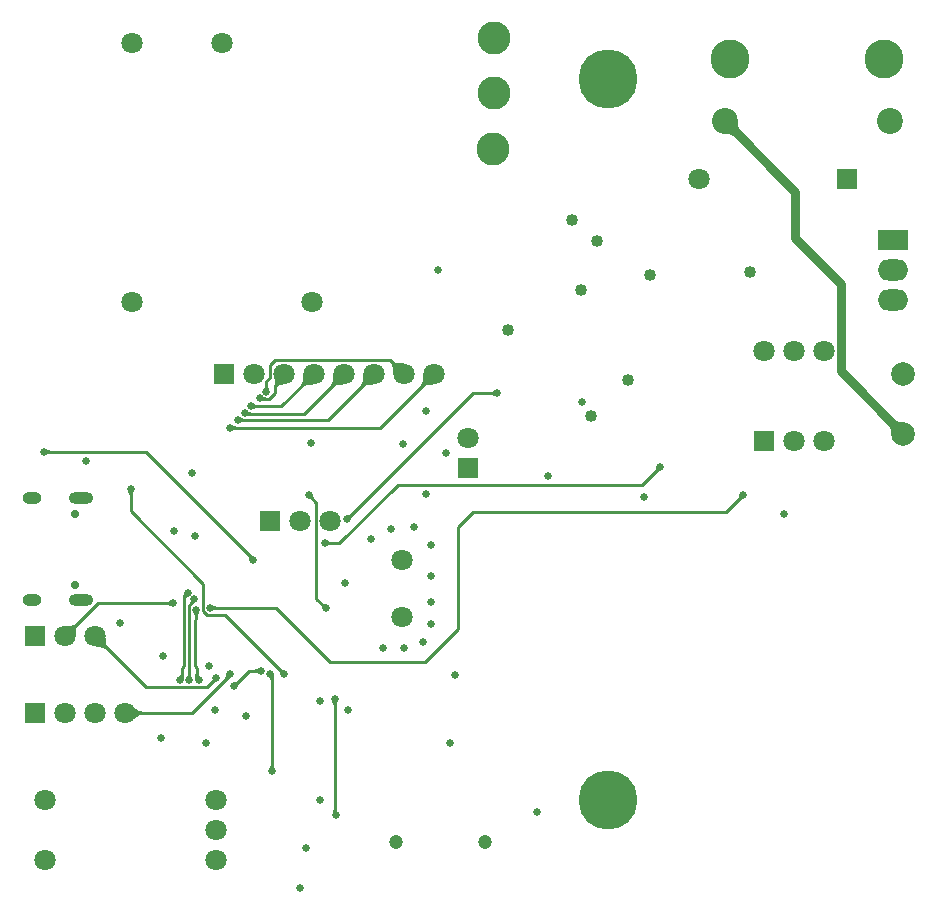
<source format=gbl>
G04*
G04 #@! TF.GenerationSoftware,Altium Limited,Altium Designer,21.3.2 (30)*
G04*
G04 Layer_Physical_Order=4*
G04 Layer_Color=16711680*
%FSLAX25Y25*%
%MOIN*%
G70*
G04*
G04 #@! TF.SameCoordinates,AD82394D-94CB-4E6D-8DF2-E68E24F3FF13*
G04*
G04*
G04 #@! TF.FilePolarity,Positive*
G04*
G01*
G75*
%ADD11C,0.01000*%
%ADD83C,0.03000*%
%ADD87C,0.07087*%
%ADD88R,0.07087X0.07087*%
%ADD89C,0.04724*%
%ADD90C,0.19685*%
%ADD91C,0.12992*%
%ADD92C,0.08661*%
%ADD93C,0.11024*%
%ADD94C,0.02756*%
%ADD95O,0.06299X0.03937*%
%ADD96O,0.08268X0.03937*%
%ADD97R,0.07087X0.07087*%
%ADD98R,0.10236X0.07087*%
%ADD99O,0.10236X0.07087*%
%ADD100C,0.07874*%
%ADD101C,0.02500*%
%ADD102C,0.04000*%
G36*
X23337Y103630D02*
X23181Y103446D01*
X23043Y103223D01*
X22921Y102961D01*
X22816Y102661D01*
X22728Y102321D01*
X22657Y101942D01*
X22603Y101524D01*
X22546Y100570D01*
X22543Y100035D01*
X19035Y103543D01*
X19570Y103546D01*
X20524Y103603D01*
X20942Y103657D01*
X21320Y103728D01*
X21660Y103816D01*
X21961Y103921D01*
X22223Y104042D01*
X22446Y104181D01*
X22630Y104337D01*
X23337Y103630D01*
D02*
G37*
G36*
X32630Y95663D02*
X32446Y95819D01*
X32223Y95957D01*
X31962Y96079D01*
X31661Y96184D01*
X31321Y96272D01*
X30942Y96343D01*
X30524Y96397D01*
X29570Y96454D01*
X29035Y96457D01*
X32543Y99965D01*
X32546Y99430D01*
X32603Y98476D01*
X32657Y98058D01*
X32728Y97680D01*
X32816Y97339D01*
X32921Y97039D01*
X33042Y96777D01*
X33181Y96554D01*
X33337Y96370D01*
X32630Y95663D01*
D02*
G37*
G36*
X44634Y74000D02*
X44394Y73980D01*
X44138Y73921D01*
X43866Y73822D01*
X43579Y73683D01*
X43277Y73505D01*
X42959Y73287D01*
X42625Y73030D01*
X41911Y72396D01*
X41530Y72020D01*
Y76980D01*
X41911Y76604D01*
X42625Y75970D01*
X42959Y75713D01*
X43277Y75495D01*
X43579Y75317D01*
X43866Y75178D01*
X44138Y75079D01*
X44394Y75020D01*
X44634Y75000D01*
Y74000D01*
D02*
G37*
G36*
X58680Y87357D02*
X58644Y85906D01*
X57266Y86847D01*
X57344Y86864D01*
X57415Y86893D01*
X57477Y86936D01*
X57531Y86991D01*
X57576Y87058D01*
X57614Y87138D01*
X57643Y87230D01*
X57663Y87335D01*
X57676Y87452D01*
X57680Y87582D01*
X58680Y87357D01*
D02*
G37*
G36*
X60950Y87535D02*
X60954Y87410D01*
X60966Y87291D01*
X60986Y87178D01*
X61013Y87071D01*
X61049Y86970D01*
X61093Y86875D01*
X61144Y86786D01*
X61203Y86703D01*
X61271Y86625D01*
X61346Y86554D01*
X59600Y86442D01*
X59666Y86523D01*
X59726Y86608D01*
X59778Y86698D01*
X59824Y86793D01*
X59862Y86893D01*
X59894Y86998D01*
X59918Y87107D01*
X59936Y87221D01*
X59947Y87341D01*
X59950Y87465D01*
X60950Y87535D01*
D02*
G37*
G36*
X63604Y107733D02*
X63540Y107651D01*
X63484Y107565D01*
X63435Y107472D01*
X63394Y107375D01*
X63360Y107272D01*
X63334Y107163D01*
X63315Y107050D01*
X63304Y106931D01*
X63300Y106806D01*
X62300D01*
X62296Y106931D01*
X62285Y107050D01*
X62266Y107163D01*
X62240Y107272D01*
X62206Y107375D01*
X62165Y107472D01*
X62116Y107565D01*
X62060Y107651D01*
X61996Y107733D01*
X61925Y107809D01*
X63675D01*
X63604Y107733D01*
D02*
G37*
G36*
X83402Y87601D02*
X83332Y87677D01*
X83255Y87744D01*
X83173Y87804D01*
X83084Y87856D01*
X82990Y87900D01*
X82889Y87936D01*
X82782Y87964D01*
X82670Y87984D01*
X82551Y87996D01*
X82426Y88000D01*
X82507Y89000D01*
X82631Y89003D01*
X82751Y89014D01*
X82865Y89031D01*
X82975Y89055D01*
X83080Y89087D01*
X83180Y89125D01*
X83275Y89170D01*
X83366Y89221D01*
X83452Y89280D01*
X83533Y89346D01*
X83402Y87601D01*
D02*
G37*
G36*
X63384Y87452D02*
X63397Y87335D01*
X63417Y87230D01*
X63446Y87138D01*
X63484Y87058D01*
X63529Y86991D01*
X63583Y86936D01*
X63645Y86893D01*
X63716Y86864D01*
X63794Y86847D01*
X62416Y85906D01*
X62380Y87357D01*
X63380Y87582D01*
X63384Y87452D01*
D02*
G37*
G36*
X74216Y86269D02*
X74116Y86247D01*
X74016Y86219D01*
X73918Y86184D01*
X73822Y86141D01*
X73726Y86091D01*
X73632Y86035D01*
X73539Y85970D01*
X73447Y85900D01*
X73356Y85821D01*
X73267Y85736D01*
X72415Y86299D01*
X72501Y86391D01*
X72576Y86484D01*
X72639Y86577D01*
X72692Y86672D01*
X72733Y86767D01*
X72764Y86864D01*
X72783Y86961D01*
X72791Y87060D01*
X72788Y87159D01*
X72773Y87259D01*
X74216Y86269D01*
D02*
G37*
G36*
X69488Y84750D02*
X69383Y84747D01*
X69280Y84734D01*
X69179Y84712D01*
X69080Y84681D01*
X68981Y84642D01*
X68885Y84593D01*
X68789Y84535D01*
X68696Y84468D01*
X68604Y84391D01*
X68513Y84306D01*
X67806Y85013D01*
X67891Y85104D01*
X67968Y85196D01*
X68035Y85290D01*
X68093Y85385D01*
X68142Y85481D01*
X68182Y85580D01*
X68212Y85679D01*
X68234Y85781D01*
X68247Y85883D01*
X68250Y85988D01*
X69488Y84750D01*
D02*
G37*
G36*
X77194Y84487D02*
X77109Y84396D01*
X77032Y84304D01*
X76965Y84210D01*
X76907Y84115D01*
X76858Y84019D01*
X76819Y83920D01*
X76788Y83821D01*
X76766Y83719D01*
X76753Y83617D01*
X76750Y83513D01*
X75512Y84750D01*
X75617Y84753D01*
X75719Y84766D01*
X75821Y84788D01*
X75920Y84819D01*
X76019Y84858D01*
X76115Y84907D01*
X76210Y84965D01*
X76304Y85032D01*
X76396Y85109D01*
X76487Y85194D01*
X77194Y84487D01*
D02*
G37*
G36*
X53104Y111500D02*
X53229Y111504D01*
X53348Y111515D01*
X53461Y111534D01*
X53570Y111560D01*
X53673Y111594D01*
X53770Y111635D01*
X53863Y111684D01*
X53950Y111740D01*
X54031Y111804D01*
X54107Y111875D01*
Y110125D01*
X54031Y110196D01*
X53950Y110260D01*
X53863Y110316D01*
X53770Y110365D01*
X53673Y110406D01*
X53570Y110440D01*
X53461Y110466D01*
X53348Y110485D01*
X53229Y110496D01*
X53104Y110500D01*
Y111500D01*
D02*
G37*
G36*
X40500Y147104D02*
X40496Y147229D01*
X40485Y147348D01*
X40466Y147461D01*
X40440Y147570D01*
X40406Y147673D01*
X40365Y147770D01*
X40316Y147863D01*
X40260Y147950D01*
X40196Y148031D01*
X40125Y148107D01*
X41875D01*
X41804Y148031D01*
X41740Y147950D01*
X41684Y147863D01*
X41635Y147770D01*
X41594Y147673D01*
X41560Y147570D01*
X41534Y147461D01*
X41515Y147348D01*
X41504Y147229D01*
X41500Y147104D01*
X40500D01*
D02*
G37*
G36*
X13896Y161000D02*
X13771Y160996D01*
X13652Y160985D01*
X13539Y160966D01*
X13430Y160940D01*
X13327Y160906D01*
X13230Y160865D01*
X13137Y160816D01*
X13050Y160760D01*
X12969Y160696D01*
X12893Y160625D01*
Y162375D01*
X12969Y162304D01*
X13050Y162240D01*
X13137Y162184D01*
X13230Y162135D01*
X13327Y162094D01*
X13430Y162060D01*
X13539Y162034D01*
X13652Y162015D01*
X13771Y162004D01*
X13896Y162000D01*
Y161000D01*
D02*
G37*
G36*
X58221Y113598D02*
X58314Y113695D01*
X58469Y113881D01*
X58530Y113970D01*
X58580Y114056D01*
X58620Y114138D01*
X58649Y114219D01*
X58668Y114296D01*
X58676Y114371D01*
X58673Y114442D01*
X59772Y113343D01*
X59701Y113346D01*
X59626Y113338D01*
X59549Y113320D01*
X59468Y113290D01*
X59385Y113250D01*
X59300Y113200D01*
X59211Y113139D01*
X59119Y113067D01*
X59025Y112984D01*
X58928Y112891D01*
X58221Y113598D01*
D02*
G37*
G36*
X60555Y111142D02*
X60641Y111234D01*
X60716Y111327D01*
X60778Y111421D01*
X60830Y111515D01*
X60869Y111610D01*
X60897Y111705D01*
X60914Y111802D01*
X60919Y111898D01*
X60912Y111996D01*
X60893Y112094D01*
X62382Y111174D01*
X62284Y111148D01*
X62187Y111116D01*
X62091Y111077D01*
X61996Y111032D01*
X61902Y110980D01*
X61809Y110921D01*
X61717Y110855D01*
X61536Y110705D01*
X61446Y110619D01*
X60555Y111142D01*
D02*
G37*
G36*
X69396Y109000D02*
X69271Y108996D01*
X69152Y108985D01*
X69038Y108966D01*
X68930Y108940D01*
X68827Y108906D01*
X68730Y108865D01*
X68637Y108816D01*
X68550Y108760D01*
X68469Y108696D01*
X68393Y108625D01*
Y110375D01*
X68469Y110304D01*
X68550Y110240D01*
X68637Y110184D01*
X68730Y110135D01*
X68827Y110094D01*
X68930Y110060D01*
X69038Y110034D01*
X69152Y110015D01*
X69271Y110004D01*
X69396Y110000D01*
Y109000D01*
D02*
G37*
G36*
X80951Y127256D02*
X81041Y127171D01*
X81131Y127093D01*
X81224Y127023D01*
X81317Y126960D01*
X81412Y126904D01*
X81508Y126856D01*
X81606Y126815D01*
X81705Y126782D01*
X81806Y126755D01*
X81907Y126737D01*
X80493Y125706D01*
X80505Y125807D01*
X80506Y125907D01*
X80496Y126006D01*
X80475Y126104D01*
X80443Y126201D01*
X80400Y126297D01*
X80347Y126392D01*
X80283Y126486D01*
X80208Y126579D01*
X80122Y126671D01*
X80951Y127256D01*
D02*
G37*
G36*
X75896Y169000D02*
X75771Y168996D01*
X75652Y168985D01*
X75538Y168966D01*
X75430Y168940D01*
X75327Y168906D01*
X75230Y168865D01*
X75137Y168816D01*
X75050Y168760D01*
X74969Y168696D01*
X74893Y168625D01*
Y170375D01*
X74969Y170304D01*
X75050Y170240D01*
X75137Y170184D01*
X75230Y170135D01*
X75327Y170094D01*
X75430Y170060D01*
X75538Y170034D01*
X75652Y170015D01*
X75771Y170004D01*
X75896Y170000D01*
Y169000D01*
D02*
G37*
G36*
X78599Y171628D02*
X78475Y171625D01*
X78356Y171615D01*
X78241Y171599D01*
X78131Y171576D01*
X78025Y171547D01*
X77923Y171512D01*
X77826Y171470D01*
X77733Y171421D01*
X77645Y171367D01*
X77561Y171305D01*
X77782Y173041D01*
X77848Y172963D01*
X77921Y172892D01*
X78000Y172830D01*
X78085Y172777D01*
X78178Y172731D01*
X78277Y172694D01*
X78382Y172665D01*
X78494Y172645D01*
X78613Y172632D01*
X78738Y172628D01*
X78599Y171628D01*
D02*
G37*
G36*
X80791Y173820D02*
X80667Y173817D01*
X80548Y173807D01*
X80433Y173791D01*
X80323Y173768D01*
X80217Y173739D01*
X80115Y173704D01*
X80018Y173662D01*
X79925Y173614D01*
X79837Y173559D01*
X79753Y173497D01*
X79974Y175233D01*
X80040Y175155D01*
X80113Y175084D01*
X80192Y175022D01*
X80278Y174969D01*
X80370Y174923D01*
X80469Y174886D01*
X80574Y174857D01*
X80686Y174837D01*
X80805Y174824D01*
X80930Y174820D01*
X80791Y173820D01*
D02*
G37*
G36*
X83066Y176170D02*
X82941Y176166D01*
X82822Y176155D01*
X82709Y176136D01*
X82600Y176110D01*
X82497Y176076D01*
X82400Y176035D01*
X82307Y175986D01*
X82221Y175930D01*
X82139Y175866D01*
X82063Y175795D01*
Y177545D01*
X82139Y177474D01*
X82221Y177410D01*
X82307Y177354D01*
X82400Y177305D01*
X82497Y177264D01*
X82600Y177230D01*
X82709Y177204D01*
X82822Y177185D01*
X82941Y177174D01*
X83066Y177170D01*
Y176170D01*
D02*
G37*
G36*
X88500Y56896D02*
X88504Y56771D01*
X88515Y56652D01*
X88534Y56538D01*
X88560Y56430D01*
X88594Y56327D01*
X88635Y56230D01*
X88684Y56137D01*
X88740Y56050D01*
X88804Y55969D01*
X88875Y55893D01*
X87125D01*
X87196Y55969D01*
X87260Y56050D01*
X87316Y56137D01*
X87365Y56230D01*
X87406Y56327D01*
X87440Y56430D01*
X87466Y56538D01*
X87485Y56652D01*
X87496Y56771D01*
X87500Y56896D01*
X88500D01*
D02*
G37*
G36*
X87500Y85424D02*
X87496Y85552D01*
X87482Y85669D01*
X87460Y85776D01*
X87429Y85872D01*
X87390Y85958D01*
X87341Y86033D01*
X87284Y86097D01*
X87218Y86150D01*
X87143Y86193D01*
X87059Y86225D01*
X88598Y87001D01*
X88580Y86937D01*
X88563Y86855D01*
X88548Y86756D01*
X88525Y86504D01*
X88504Y85993D01*
X88500Y85563D01*
X87500Y85424D01*
D02*
G37*
G36*
X91013Y89194D02*
X91104Y89109D01*
X91196Y89032D01*
X91290Y88965D01*
X91385Y88907D01*
X91481Y88858D01*
X91580Y88819D01*
X91679Y88788D01*
X91781Y88766D01*
X91883Y88753D01*
X91988Y88750D01*
X90750Y87512D01*
X90747Y87617D01*
X90734Y87720D01*
X90712Y87821D01*
X90681Y87920D01*
X90642Y88019D01*
X90593Y88115D01*
X90535Y88210D01*
X90468Y88304D01*
X90391Y88396D01*
X90306Y88487D01*
X91013Y89194D01*
D02*
G37*
G36*
X105013Y111194D02*
X105104Y111109D01*
X105196Y111032D01*
X105289Y110965D01*
X105385Y110907D01*
X105481Y110858D01*
X105580Y110819D01*
X105679Y110788D01*
X105780Y110766D01*
X105883Y110753D01*
X105988Y110750D01*
X104750Y109512D01*
X104747Y109617D01*
X104734Y109720D01*
X104712Y109821D01*
X104682Y109920D01*
X104642Y110019D01*
X104593Y110115D01*
X104535Y110211D01*
X104468Y110304D01*
X104391Y110396D01*
X104306Y110487D01*
X105013Y111194D01*
D02*
G37*
G36*
X107706Y130567D02*
X107582Y130570D01*
X107463Y130565D01*
X107348Y130552D01*
X107239Y130531D01*
X107134Y130502D01*
X107035Y130466D01*
X106940Y130422D01*
X106850Y130370D01*
X106766Y130310D01*
X106686Y130243D01*
X106774Y131991D01*
X106846Y131916D01*
X106924Y131848D01*
X107008Y131788D01*
X107098Y131734D01*
X107194Y131688D01*
X107295Y131649D01*
X107402Y131618D01*
X107514Y131593D01*
X107633Y131576D01*
X107757Y131566D01*
X107706Y130567D01*
D02*
G37*
G36*
X101487Y145306D02*
X101396Y145391D01*
X101304Y145468D01*
X101210Y145535D01*
X101115Y145593D01*
X101019Y145642D01*
X100920Y145682D01*
X100821Y145712D01*
X100719Y145734D01*
X100617Y145747D01*
X100513Y145750D01*
X101750Y146987D01*
X101753Y146883D01*
X101766Y146781D01*
X101788Y146679D01*
X101819Y146580D01*
X101858Y146481D01*
X101907Y146385D01*
X101965Y146290D01*
X102032Y146196D01*
X102109Y146104D01*
X102194Y146013D01*
X101487Y145306D01*
D02*
G37*
G36*
X109500Y42500D02*
X109504Y42372D01*
X109518Y42255D01*
X109540Y42147D01*
X109571Y42049D01*
X109611Y41961D01*
X109660Y41883D01*
X109718Y41814D01*
X109785Y41756D01*
X109860Y41707D01*
X109945Y41668D01*
X108342Y40972D01*
X108372Y41052D01*
X108399Y41137D01*
X108443Y41322D01*
X108461Y41422D01*
X108486Y41638D01*
X108498Y41874D01*
X108500Y42000D01*
X109500Y42500D01*
D02*
G37*
G36*
X108500Y77104D02*
X108496Y77229D01*
X108485Y77348D01*
X108466Y77461D01*
X108440Y77570D01*
X108406Y77673D01*
X108365Y77770D01*
X108316Y77863D01*
X108260Y77950D01*
X108196Y78031D01*
X108125Y78107D01*
X109875D01*
X109804Y78031D01*
X109740Y77950D01*
X109684Y77863D01*
X109635Y77770D01*
X109594Y77673D01*
X109560Y77570D01*
X109534Y77461D01*
X109515Y77348D01*
X109504Y77229D01*
X109500Y77104D01*
X108500D01*
D02*
G37*
G36*
X114694Y139987D02*
X114609Y139896D01*
X114532Y139804D01*
X114465Y139710D01*
X114407Y139615D01*
X114358Y139519D01*
X114319Y139420D01*
X114288Y139321D01*
X114266Y139219D01*
X114253Y139117D01*
X114250Y139013D01*
X113013Y140250D01*
X113117Y140253D01*
X113219Y140266D01*
X113321Y140288D01*
X113420Y140319D01*
X113519Y140358D01*
X113615Y140407D01*
X113710Y140465D01*
X113804Y140532D01*
X113896Y140609D01*
X113987Y140694D01*
X114694Y139987D01*
D02*
G37*
G36*
X215806Y155513D02*
X215891Y155604D01*
X215968Y155696D01*
X216035Y155789D01*
X216093Y155885D01*
X216142Y155981D01*
X216181Y156080D01*
X216212Y156179D01*
X216234Y156281D01*
X216247Y156383D01*
X216250Y156488D01*
X217488Y155250D01*
X217383Y155247D01*
X217281Y155234D01*
X217179Y155212D01*
X217080Y155182D01*
X216981Y155142D01*
X216885Y155093D01*
X216790Y155035D01*
X216696Y154968D01*
X216604Y154891D01*
X216513Y154806D01*
X215806Y155513D01*
D02*
G37*
G36*
X243306Y146013D02*
X243391Y146104D01*
X243468Y146196D01*
X243535Y146290D01*
X243593Y146385D01*
X243642Y146481D01*
X243682Y146580D01*
X243712Y146679D01*
X243734Y146781D01*
X243747Y146883D01*
X243750Y146987D01*
X244988Y145750D01*
X244883Y145747D01*
X244780Y145734D01*
X244679Y145712D01*
X244580Y145682D01*
X244481Y145642D01*
X244385Y145593D01*
X244289Y145535D01*
X244196Y145468D01*
X244104Y145391D01*
X244013Y145306D01*
X243306Y146013D01*
D02*
G37*
G36*
X85769Y178798D02*
X85645Y178795D01*
X85526Y178785D01*
X85411Y178769D01*
X85301Y178746D01*
X85195Y178717D01*
X85093Y178682D01*
X84996Y178640D01*
X84903Y178592D01*
X84815Y178537D01*
X84731Y178475D01*
X84952Y180211D01*
X85018Y180133D01*
X85091Y180062D01*
X85170Y180000D01*
X85255Y179947D01*
X85348Y179901D01*
X85447Y179864D01*
X85552Y179835D01*
X85664Y179815D01*
X85783Y179802D01*
X85908Y179798D01*
X85769Y178798D01*
D02*
G37*
G36*
X86648Y183544D02*
X86652Y183419D01*
X86663Y183300D01*
X86682Y183187D01*
X86708Y183078D01*
X86742Y182975D01*
X86783Y182878D01*
X86832Y182785D01*
X86888Y182699D01*
X86952Y182617D01*
X87023Y182541D01*
X85273D01*
X85344Y182617D01*
X85408Y182699D01*
X85464Y182785D01*
X85513Y182878D01*
X85554Y182975D01*
X85588Y183078D01*
X85614Y183187D01*
X85633Y183300D01*
X85644Y183419D01*
X85648Y183544D01*
X86648D01*
D02*
G37*
G36*
X88625Y183743D02*
X88780Y183918D01*
X88905Y184104D01*
X89000Y184299D01*
X89065Y184504D01*
X89099Y184719D01*
X89104Y184943D01*
X89078Y185178D01*
X89021Y185423D01*
X88935Y185677D01*
X88818Y185941D01*
X91939Y183957D01*
X91614Y183953D01*
X91304Y183930D01*
X91008Y183886D01*
X90727Y183824D01*
X90459Y183741D01*
X90205Y183639D01*
X89966Y183518D01*
X89740Y183377D01*
X89529Y183216D01*
X89332Y183036D01*
X88625Y183743D01*
D02*
G37*
G36*
X97663Y183870D02*
X97819Y184054D01*
X97957Y184277D01*
X98079Y184539D01*
X98184Y184839D01*
X98272Y185179D01*
X98343Y185558D01*
X98397Y185976D01*
X98454Y186930D01*
X98457Y187465D01*
X101965Y183957D01*
X101429Y183954D01*
X100476Y183897D01*
X100058Y183843D01*
X99679Y183772D01*
X99339Y183684D01*
X99038Y183579D01*
X98777Y183458D01*
X98554Y183319D01*
X98370Y183163D01*
X97663Y183870D01*
D02*
G37*
G36*
X107663D02*
X107819Y184054D01*
X107957Y184277D01*
X108079Y184539D01*
X108184Y184839D01*
X108272Y185179D01*
X108343Y185558D01*
X108397Y185976D01*
X108454Y186930D01*
X108457Y187465D01*
X111965Y183957D01*
X111430Y183954D01*
X110476Y183897D01*
X110058Y183843D01*
X109679Y183772D01*
X109339Y183684D01*
X109039Y183579D01*
X108777Y183458D01*
X108554Y183319D01*
X108370Y183163D01*
X107663Y183870D01*
D02*
G37*
G36*
X117663D02*
X117819Y184054D01*
X117957Y184277D01*
X118079Y184539D01*
X118184Y184839D01*
X118272Y185179D01*
X118343Y185558D01*
X118397Y185976D01*
X118454Y186930D01*
X118457Y187465D01*
X121965Y183957D01*
X121430Y183954D01*
X120476Y183897D01*
X120058Y183843D01*
X119679Y183772D01*
X119340Y183684D01*
X119039Y183579D01*
X118777Y183458D01*
X118554Y183319D01*
X118370Y183163D01*
X117663Y183870D01*
D02*
G37*
G36*
X128370Y191837D02*
X128554Y191681D01*
X128777Y191542D01*
X129039Y191421D01*
X129340Y191316D01*
X129680Y191228D01*
X130058Y191157D01*
X130476Y191103D01*
X131430Y191046D01*
X131965Y191043D01*
X128457Y187535D01*
X128454Y188070D01*
X128397Y189024D01*
X128343Y189442D01*
X128272Y189821D01*
X128184Y190161D01*
X128079Y190462D01*
X127957Y190723D01*
X127819Y190946D01*
X127663Y191130D01*
X128370Y191837D01*
D02*
G37*
G36*
X137663Y183870D02*
X137819Y184054D01*
X137958Y184277D01*
X138079Y184539D01*
X138184Y184839D01*
X138272Y185179D01*
X138343Y185558D01*
X138397Y185976D01*
X138454Y186930D01*
X138457Y187465D01*
X141965Y183957D01*
X141429Y183954D01*
X140476Y183897D01*
X140058Y183843D01*
X139680Y183772D01*
X139339Y183684D01*
X139039Y183579D01*
X138777Y183458D01*
X138554Y183319D01*
X138370Y183163D01*
X137663Y183870D01*
D02*
G37*
G36*
X161104Y181500D02*
X161229Y181504D01*
X161348Y181515D01*
X161461Y181534D01*
X161570Y181560D01*
X161673Y181594D01*
X161770Y181635D01*
X161863Y181684D01*
X161950Y181740D01*
X162031Y181804D01*
X162107Y181875D01*
Y180125D01*
X162031Y180196D01*
X161950Y180260D01*
X161863Y180316D01*
X161770Y180365D01*
X161673Y180406D01*
X161570Y180440D01*
X161461Y180466D01*
X161348Y180485D01*
X161229Y180496D01*
X161104Y180500D01*
Y181500D01*
D02*
G37*
G36*
X295316Y172805D02*
X295597Y172542D01*
X295886Y172307D01*
X296181Y172100D01*
X296485Y171921D01*
X296795Y171770D01*
X297113Y171647D01*
X297439Y171553D01*
X297772Y171486D01*
X298113Y171447D01*
X298461Y171437D01*
X294563Y167539D01*
X294553Y167887D01*
X294514Y168228D01*
X294447Y168561D01*
X294353Y168886D01*
X294230Y169205D01*
X294079Y169515D01*
X293900Y169819D01*
X293693Y170114D01*
X293458Y170403D01*
X293195Y170684D01*
X295316Y172805D01*
D02*
G37*
G36*
X242534Y266168D02*
X242235Y266445D01*
X241922Y266693D01*
X241596Y266911D01*
X241256Y267100D01*
X240902Y267259D01*
X240534Y267388D01*
X240153Y267487D01*
X239759Y267557D01*
X239350Y267597D01*
X238928Y267608D01*
X243215Y271895D01*
X243226Y271473D01*
X243266Y271065D01*
X243336Y270670D01*
X243436Y270289D01*
X243565Y269921D01*
X243724Y269568D01*
X243912Y269228D01*
X244130Y268901D01*
X244378Y268588D01*
X244656Y268289D01*
X242534Y266168D01*
D02*
G37*
D11*
X109038Y131001D02*
G03*
X109088Y131000I50J999D01*
G01*
X102857Y112643D02*
Y144643D01*
Y112643D02*
X106000Y109500D01*
X109000Y41000D02*
X109500Y40500D01*
X109000Y41000D02*
Y79000D01*
X61323Y74500D02*
X74000Y87177D01*
X39000Y74500D02*
X61323D01*
X46000Y83000D02*
X66500D01*
X69500Y86000D01*
X29000Y100000D02*
X46000Y83000D01*
Y161500D02*
X81726Y125774D01*
Y125500D02*
Y125774D01*
X12000Y161500D02*
X46000D01*
X41000Y141800D02*
Y149000D01*
Y141800D02*
X65150Y117650D01*
Y108527D02*
Y117650D01*
X62800Y105752D02*
Y108702D01*
X62500Y90000D02*
Y105452D01*
X62107Y111987D02*
Y112393D01*
X60450Y85687D02*
X60530Y85607D01*
X58560Y90000D02*
Y113230D01*
X59915Y114585D01*
X62500Y105452D02*
X62800Y105752D01*
X60450Y110330D02*
X62107Y111987D01*
X58180Y86357D02*
Y89620D01*
X60450Y85687D02*
Y110330D01*
X62500Y90000D02*
X62880Y89620D01*
X65150Y108527D02*
X66527Y107150D01*
X58180Y89620D02*
X58560Y90000D01*
X67500Y109500D02*
X89500D01*
X66527Y107150D02*
X72350D01*
X92000Y87500D01*
X89500Y109500D02*
X107500Y91500D01*
X88000Y55000D02*
Y86436D01*
X87421Y87015D02*
X88000Y86436D01*
X87421Y87015D02*
Y87421D01*
X80500Y88500D02*
X84264D01*
X84358Y88407D01*
X74000Y87177D02*
Y87500D01*
X75500Y83500D02*
X80500Y88500D01*
X57430Y85607D02*
X58180Y86357D01*
X19000Y100000D02*
X30000Y111000D01*
X55000D01*
X239500Y141500D02*
X245000Y147000D01*
X155000Y141500D02*
X239500D01*
X150000Y136500D02*
X155000Y141500D01*
X150000Y102500D02*
Y136500D01*
X139000Y91500D02*
X150000Y102500D01*
X107500Y91500D02*
X139000D01*
X62880Y86357D02*
Y89620D01*
Y86357D02*
X63630Y85607D01*
X130000Y150500D02*
X211500D01*
X217500Y156500D01*
X110500Y131000D02*
X130000Y150500D01*
X100500Y147000D02*
X102857Y144643D01*
X84114Y179298D02*
X87121D01*
X83956Y179456D02*
X84114Y179298D01*
X92000Y186411D02*
Y187500D01*
X88978Y183389D02*
X92000Y186411D01*
X88978Y181155D02*
Y183389D01*
X87121Y179298D02*
X88978Y181155D01*
X91170Y176670D02*
X102000Y187500D01*
X81170Y176670D02*
X91170D01*
X78978Y174478D02*
X79136Y174320D01*
X98820D02*
X112000Y187500D01*
X79136Y174320D02*
X98820D01*
X106628Y172128D02*
X122000Y187500D01*
X76944Y172128D02*
X106628D01*
X76786Y172286D02*
X76944Y172128D01*
X86148Y185082D02*
X87357Y186290D01*
X86148Y181648D02*
Y185082D01*
X87357Y186290D02*
Y190357D01*
X89143Y192143D01*
X127357D01*
X132000Y187500D01*
X74000Y169500D02*
X124000D01*
X142000Y187500D01*
X105838Y131162D02*
X109038Y131001D01*
X109088Y131000D02*
X110500D01*
X155000Y181000D02*
X163000D01*
X113000Y139000D02*
X155000Y181000D01*
D83*
X238885Y271938D02*
X262500Y248323D01*
Y232660D02*
Y248323D01*
Y232660D02*
X277643Y217516D01*
X298500Y166500D02*
Y167500D01*
X277643Y188357D02*
X298500Y167500D01*
X277643Y188357D02*
Y217516D01*
D87*
X71444Y297982D02*
D03*
X41444D02*
D03*
X101444Y211368D02*
D03*
X41444D02*
D03*
X132000Y187500D02*
D03*
X142000D02*
D03*
X112000D02*
D03*
X122000D02*
D03*
X82000D02*
D03*
X92000D02*
D03*
X102000D02*
D03*
X19000Y74500D02*
D03*
X29000D02*
D03*
X39000D02*
D03*
X131500Y106394D02*
D03*
Y125606D02*
D03*
X97500Y138500D02*
D03*
X107500D02*
D03*
X153500Y166000D02*
D03*
X19000Y100000D02*
D03*
X29000D02*
D03*
X12457Y45342D02*
D03*
X69543Y35500D02*
D03*
Y25657D02*
D03*
X12457D02*
D03*
X69543Y45342D02*
D03*
X272000Y195000D02*
D03*
X262000D02*
D03*
X252000D02*
D03*
X272000Y165000D02*
D03*
X262000Y165000D02*
D03*
X230315Y252500D02*
D03*
D88*
X72000Y187500D02*
D03*
X9000Y74500D02*
D03*
X87500Y138500D02*
D03*
X9000Y100000D02*
D03*
X279685Y252500D02*
D03*
D89*
X159028Y31500D02*
D03*
X129500D02*
D03*
D90*
X200000Y285658D02*
D03*
Y45500D02*
D03*
D91*
X292035Y292411D02*
D03*
X240853D02*
D03*
D92*
X238885Y271938D02*
D03*
X294003D02*
D03*
D93*
X162000Y299500D02*
D03*
X161915Y281047D02*
D03*
X161831Y262594D02*
D03*
D94*
X22341Y117268D02*
D03*
Y140733D02*
D03*
D95*
X7970Y111992D02*
D03*
Y146008D02*
D03*
D96*
X24428Y111992D02*
D03*
Y146008D02*
D03*
D97*
X153500Y156000D02*
D03*
X252000Y165000D02*
D03*
D98*
X295000Y232000D02*
D03*
D99*
X294961Y212000D02*
D03*
X295000Y222000D02*
D03*
D100*
X298500Y167500D02*
D03*
Y187500D02*
D03*
D101*
X51200Y66200D02*
D03*
X65906Y64594D02*
D03*
X147504Y64500D02*
D03*
X149030Y87000D02*
D03*
X103946Y45554D02*
D03*
X37500Y104327D02*
D03*
X101146Y164646D02*
D03*
X61500Y154500D02*
D03*
X112406Y117906D02*
D03*
X125000Y96000D02*
D03*
X132000D02*
D03*
X138254Y98154D02*
D03*
X141000Y104000D02*
D03*
Y111500D02*
D03*
Y120000D02*
D03*
Y130586D02*
D03*
X127627Y135798D02*
D03*
X106000Y109500D02*
D03*
X135500Y136500D02*
D03*
X121114Y132485D02*
D03*
X113500Y75547D02*
D03*
X176350Y41350D02*
D03*
X109500Y40500D02*
D03*
X109000Y79000D02*
D03*
X69000Y75500D02*
D03*
X67000Y90000D02*
D03*
X55500Y135000D02*
D03*
X104094Y78474D02*
D03*
X51582Y93500D02*
D03*
X62359Y133594D02*
D03*
X81726Y125500D02*
D03*
X12000Y161500D02*
D03*
X26021Y158521D02*
D03*
X41000Y149000D02*
D03*
X62107Y112393D02*
D03*
X59915Y114585D02*
D03*
X62800Y108702D02*
D03*
X67500Y109500D02*
D03*
X92000Y87500D02*
D03*
X87421Y87421D02*
D03*
X84358Y88407D02*
D03*
X88000Y55000D02*
D03*
X79289Y73446D02*
D03*
X74000Y87500D02*
D03*
X75500Y83500D02*
D03*
X69500Y86000D02*
D03*
X57430Y85607D02*
D03*
X60530D02*
D03*
X55000Y111000D02*
D03*
X245000Y147000D02*
D03*
X99406Y29594D02*
D03*
X97500Y16000D02*
D03*
X63630Y85607D02*
D03*
X212000Y146500D02*
D03*
X258563Y140952D02*
D03*
X298500Y166500D02*
D03*
X143291Y222268D02*
D03*
X180000Y153500D02*
D03*
X146000Y161000D02*
D03*
X191500Y178000D02*
D03*
X139500Y175000D02*
D03*
X131854Y164033D02*
D03*
X139500Y147500D02*
D03*
X100500Y147000D02*
D03*
X86148Y181648D02*
D03*
X83956Y179456D02*
D03*
X81170Y176670D02*
D03*
X78978Y174478D02*
D03*
X76786Y172286D02*
D03*
X74000Y169500D02*
D03*
X105838Y131162D02*
D03*
X113000Y139000D02*
D03*
X217500Y156500D02*
D03*
X163000Y181000D02*
D03*
D102*
X247400Y221593D02*
D03*
X196532Y231960D02*
D03*
X188202Y238784D02*
D03*
X214000Y220500D02*
D03*
X206556Y185379D02*
D03*
X194500Y173500D02*
D03*
X166836Y202164D02*
D03*
X190974Y215581D02*
D03*
M02*

</source>
